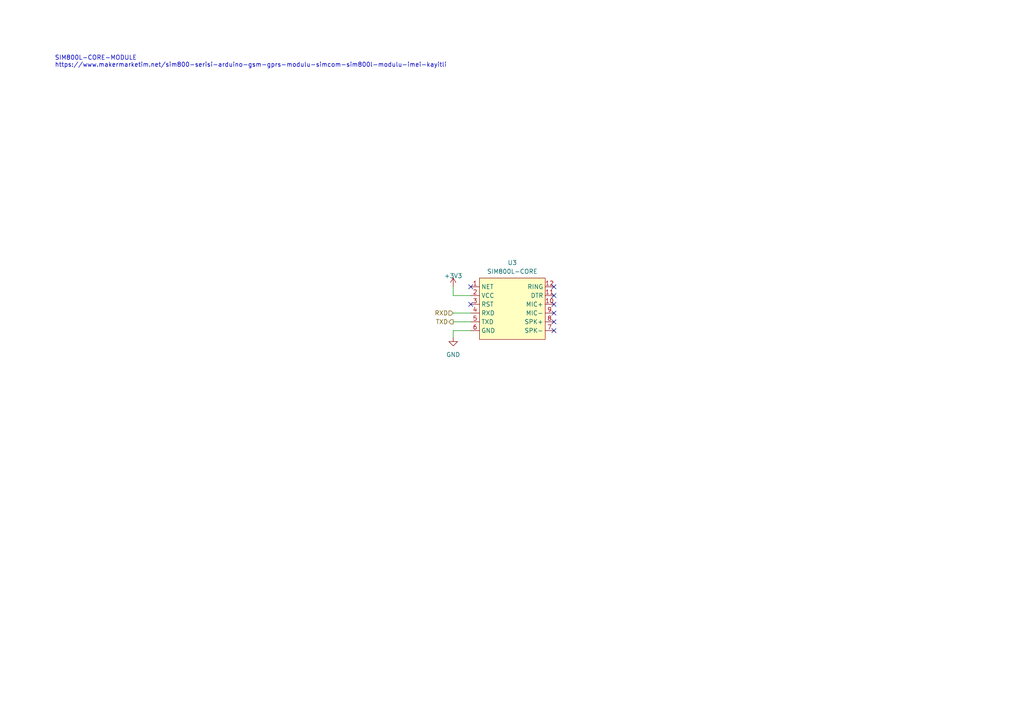
<source format=kicad_sch>
(kicad_sch (version 20230121) (generator eeschema)
  (paper "A4")
  (lib_symbols
    (symbol "Damlama:SIM800L-CORE"
      (property "Reference" "U" (at -7.62 8.89 0))
      (property "Value" "SIM800L-CORE" (at 0 -12.7 0))
      (symbol "SIM800L-CORE_0_1"
        (rectangle (start -8.89 7.62) (end 10.16 -10.16) (stroke (width 0.1524)) (fill (type background)))
      )
      (symbol "SIM800L-CORE_1_1"
        (pin bidirectional line (at -11.43 5.08 0) (length 2.54) (name "NET") (number "1"))
        (pin output line (at 12.7 0 180) (length 2.54) (name "MIC+") (number "10"))
        (pin passive line (at 12.7 2.54 180) (length 2.54) (name "DTR") (number "11"))
        (pin output line (at 12.7 5.08 180) (length 2.54) (name "RING") (number "12"))
        (pin power_in line (at -11.43 2.54 0) (length 2.54) (name "VCC") (number "2"))
        (pin input line (at -11.43 0 0) (length 2.54) (name "RST") (number "3"))
        (pin input line (at -11.43 -2.54 0) (length 2.54) (name "RXD") (number "4"))
        (pin output line (at -11.43 -5.08 0) (length 2.54) (name "TXD") (number "5"))
        (pin power_in line (at -11.43 -7.62 0) (length 2.54) (name "GND") (number "6"))
        (pin output line (at 12.7 -7.62 180) (length 2.54) (name "SPK-") (number "7"))
        (pin output line (at 12.7 -5.08 180) (length 2.54) (name "SPK+") (number "8"))
        (pin output line (at 12.7 -2.54 180) (length 2.54) (name "MIC-") (number "9"))
      )
    )
    (symbol "power:+3V3" (power) (pin_names (offset 0))
      (property "Value" "+3V3" (at 0 3.556 0))
      (symbol "+3V3_0_1"
        (polyline (pts (xy -0.762 1.27) (xy 0 2.54)))
        (polyline (pts (xy 0 0) (xy 0 2.54)))
        (polyline (pts (xy 0 2.54) (xy 0.762 1.27)))
      )
      (symbol "+3V3_1_1"
        (pin power_in line (at 0 0 90) (length 0) hide (name "+3V3") (number "1"))
      )
    )
    (symbol "power:GND" (power) (pin_names (offset 0))
      (property "Value" "GND" (at 0 -3.81 0))
      (symbol "GND_0_1"
        (polyline (pts (xy 0 0) (xy 0 -1.27) (xy 1.27 -1.27) (xy 0 -2.54) (xy -1.27 -1.27) (xy 0 -1.27)))
      )
      (symbol "GND_1_1"
        (pin power_in line (at 0 0 270) (length 0) hide (name "GND") (number "1"))
      )
    )
  )
  (no_connect (at 136.525 88.265))
  (no_connect (at 160.655 90.805))
  (no_connect (at 160.655 93.345))
  (no_connect (at 160.655 95.885))
  (no_connect (at 160.655 85.725))
  (no_connect (at 160.655 88.265))
  (no_connect (at 160.655 83.185))
  (no_connect (at 136.525 83.185))
  (wire (pts (xy 131.445 95.885) (xy 131.445 97.79)))
  (wire (pts (xy 131.445 90.805) (xy 136.525 90.805)))
  (wire (pts (xy 131.445 83.185) (xy 131.445 85.725)))
  (wire (pts (xy 131.445 85.725) (xy 136.525 85.725)))
  (wire (pts (xy 136.525 95.885) (xy 131.445 95.885)))
  (wire (pts (xy 131.445 93.345) (xy 136.525 93.345)))
  (text "SIM800L-CORE-MODULE\nhttps://www.makermarketim.net/sim800-serisi-arduino-gsm-gprs-modulu-simcom-sim800l-modulu-imei-kayitli" (at 15.875 19.685 0) (effects (font (size 1.27 1.27)) (justify left bottom)))
  (hierarchical_label "RXD" (shape input) (at 131.445 90.805 180))
  (hierarchical_label "TXD" (shape output) (at 131.445 93.345 180))
  (symbol (lib_id "power:GND") (at 131.445 97.79 0) (unit 1)
    (property "Reference" "#PWR041" (effects hide))
    (property "Value" "GND" (at 131.445 102.87 0))
  )
  (symbol (lib_id "power:+3V3") (at 131.445 83.185 0) (unit 1)
    (property "Reference" "#PWR040" (effects hide))
    (property "Value" "+3V3" (at 131.445 80.01 0))
  )
  (symbol (lib_id "Damlama:SIM800L-CORE") (at 147.955 88.265 0) (unit 1)
    (property "Reference" "U3" (at 148.59 76.2 0))
    (property "Value" "SIM800L-CORE" (at 148.59 78.74 0))
    (property "Footprint" "Damlama:SIM800L-CORE" (effects hide))
  )
)
</source>
